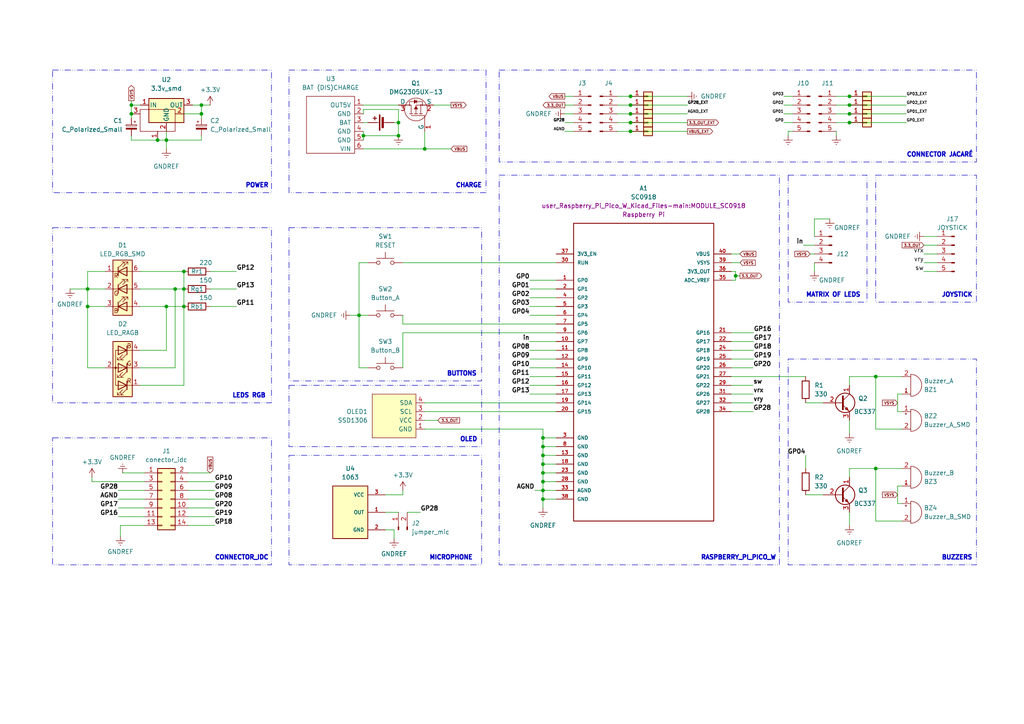
<source format=kicad_sch>
(kicad_sch (version 20230121) (generator eeschema)
  (paper "A4")
  (lib_symbols
    (symbol "Connector:Conn_01x02_Pin" (pin_names (offset 1.016) hide)
      (property "Reference" "J" (at 0 2.54 0))
      (property "Value" "Conn_01x02_Pin" (at 0 -5.08 0))
      (symbol "Conn_01x02_Pin_1_1"
        (pin passive line (at 5.08 0 180) (length 3.81) (name "Pin_1") (number "1"))
        (pin passive line (at 5.08 -2.54 180) (length 3.81) (name "Pin_2") (number "2"))
      )
    )
    (symbol "Connector:Conn_01x04_Pin" (pin_names (offset 1.016) hide)
      (property "Reference" "J" (at 0 5.08 0))
      (property "Value" "Conn_01x04_Pin" (at 0 -7.62 0))
      (symbol "Conn_01x04_Pin_1_1"
        (pin passive line (at 5.08 2.54 180) (length 3.81) (name "Pin_1") (number "1"))
        (pin passive line (at 5.08 0 180) (length 3.81) (name "Pin_2") (number "2"))
        (pin passive line (at 5.08 -2.54 180) (length 3.81) (name "Pin_3") (number "3"))
        (pin passive line (at 5.08 -5.08 180) (length 3.81) (name "Pin_4") (number "4"))
      )
    )
    (symbol "Connector:Conn_01x05_Pin" (pin_names (offset 1.016) hide)
      (property "Reference" "J" (at 0 7.62 0))
      (property "Value" "Conn_01x05_Pin" (at 0 -7.62 0))
      (symbol "Conn_01x05_Pin_1_1"
        (pin passive line (at 5.08 5.08 180) (length 3.81) (name "Pin_1") (number "1"))
        (pin passive line (at 5.08 2.54 180) (length 3.81) (name "Pin_2") (number "2"))
        (pin passive line (at 5.08 0 180) (length 3.81) (name "Pin_3") (number "3"))
        (pin passive line (at 5.08 -2.54 180) (length 3.81) (name "Pin_4") (number "4"))
        (pin passive line (at 5.08 -5.08 180) (length 3.81) (name "Pin_5") (number "5"))
      )
    )
    (symbol "Connector_Generic:Conn_01x01" (pin_names (offset 1.016) hide)
      (property "Reference" "J" (at 0 2.54 0))
      (property "Value" "Conn_01x01" (at 0 -2.54 0))
      (symbol "Conn_01x01_1_1"
        (pin passive line (at -5.08 0 0) (length 3.81) (name "Pin_1") (number "1"))
      )
    )
    (symbol "Connector_Generic:Conn_02x07_Odd_Even" (pin_names (offset 1.016) hide)
      (property "Reference" "J" (at 1.27 10.16 0))
      (property "Value" "Conn_02x07_Odd_Even" (at 1.27 -10.16 0))
      (symbol "Conn_02x07_Odd_Even_1_1"
        (pin passive line (at -5.08 7.62 0) (length 3.81) (name "Pin_1") (number "1"))
        (pin passive line (at 7.62 -2.54 180) (length 3.81) (name "Pin_10") (number "10"))
        (pin passive line (at -5.08 -5.08 0) (length 3.81) (name "Pin_11") (number "11"))
        (pin passive line (at 7.62 -5.08 180) (length 3.81) (name "Pin_12") (number "12"))
        (pin passive line (at -5.08 -7.62 0) (length 3.81) (name "Pin_13") (number "13"))
        (pin passive line (at 7.62 -7.62 180) (length 3.81) (name "Pin_14") (number "14"))
        (pin passive line (at 7.62 7.62 180) (length 3.81) (name "Pin_2") (number "2"))
        (pin passive line (at -5.08 5.08 0) (length 3.81) (name "Pin_3") (number "3"))
        (pin passive line (at 7.62 5.08 180) (length 3.81) (name "Pin_4") (number "4"))
        (pin passive line (at -5.08 2.54 0) (length 3.81) (name "Pin_5") (number "5"))
        (pin passive line (at 7.62 2.54 180) (length 3.81) (name "Pin_6") (number "6"))
        (pin passive line (at -5.08 0 0) (length 3.81) (name "Pin_7") (number "7"))
        (pin passive line (at 7.62 0 180) (length 3.81) (name "Pin_8") (number "8"))
        (pin passive line (at -5.08 -2.54 0) (length 3.81) (name "Pin_9") (number "9"))
      )
    )
    (symbol "Device:Battery_Cell" (pin_numbers hide) (pin_names (offset 0) hide)
      (property "Reference" "BT" (at 2.54 2.54 0))
      (property "Value" "Battery_Cell" (at 2.54 0 0))
      (symbol "Battery_Cell_1_1"
        (pin passive line (at 0 5.08 270) (length 2.54) (name "+") (number "1"))
        (pin passive line (at 0 -2.54 90) (length 2.54) (name "-") (number "2"))
      )
    )
    (symbol "Device:Buzzer" (pin_names (offset 0.0254) hide)
      (property "Reference" "BZ" (at 3.81 1.27 0))
      (property "Value" "Buzzer" (at 3.81 -1.27 0))
      (symbol "Buzzer_1_1"
        (pin passive line (at -2.54 2.54 0) (length 2.54) (name "-") (number "1"))
        (pin passive line (at -2.54 -2.54 0) (length 2.54) (name "+") (number "2"))
      )
    )
    (symbol "Device:C_Polarized_Small" (pin_numbers hide) (pin_names (offset 0.254) hide)
      (property "Reference" "C" (at 0.254 1.778 0))
      (property "Value" "C_Polarized_Small" (at 0.254 -2.032 0))
      (symbol "C_Polarized_Small_1_1"
        (pin passive line (at 0 2.54 270) (length 1.8542) (name "~") (number "1"))
        (pin passive line (at 0 -2.54 90) (length 1.8542) (name "~") (number "2"))
      )
    )
    (symbol "Device:LED_RAGB" (pin_names (offset 0) hide)
      (property "Reference" "D" (at 0 9.398 0))
      (property "Value" "LED_RAGB" (at 0 -8.89 0))
      (symbol "LED_RAGB_0_0"
        (text "B" (at -1.905 -6.35 0) (effects (font (size 1.27 1.27))))
        (text "G" (at -1.905 -1.27 0) (effects (font (size 1.27 1.27))))
        (text "R" (at -1.905 3.81 0) (effects (font (size 1.27 1.27))))
      )
      (symbol "LED_RAGB_1_1"
        (pin passive line (at -5.08 5.08 0) (length 2.54) (name "RK") (number "1"))
        (pin passive line (at 5.08 0 180) (length 2.54) (name "A") (number "2"))
        (pin passive line (at -5.08 0 0) (length 2.54) (name "GK") (number "3"))
        (pin passive line (at -5.08 -5.08 0) (length 2.54) (name "BK") (number "4"))
      )
    )
    (symbol "Device:LED_RGB" (pin_names (offset 0) hide)
      (property "Reference" "D" (at 0 9.398 0))
      (property "Value" "LED_RGB" (at 0 -8.89 0))
      (symbol "LED_RGB_0_0"
        (text "B" (at -1.905 -6.35 0) (effects (font (size 1.27 1.27))))
        (text "G" (at -1.905 -1.27 0) (effects (font (size 1.27 1.27))))
        (text "R" (at -1.905 3.81 0) (effects (font (size 1.27 1.27))))
      )
      (symbol "LED_RGB_1_1"
        (pin passive line (at -5.08 5.08 0) (length 2.54) (name "RK") (number "1"))
        (pin passive line (at -5.08 0 0) (length 2.54) (name "GK") (number "2"))
        (pin passive line (at -5.08 -5.08 0) (length 2.54) (name "BK") (number "3"))
        (pin passive line (at 5.08 -5.08 180) (length 2.54) (name "BA") (number "4"))
        (pin passive line (at 5.08 0 180) (length 2.54) (name "GA") (number "5"))
        (pin passive line (at 5.08 5.08 180) (length 2.54) (name "RA") (number "6"))
      )
    )
    (symbol "Device:R" (pin_numbers hide) (pin_names (offset 0))
      (property "Reference" "R" (at 2.032 0 90))
      (property "Value" "R" (at 0 0 90))
      (symbol "R_1_1"
        (pin passive line (at 0 3.81 270) (length 1.27) (name "~") (number "1"))
        (pin passive line (at 0 -3.81 90) (length 1.27) (name "~") (number "2"))
      )
    )
    (symbol "Raspberry_Pi_Pico_W_SC0918:DMG2305UX-13" (pin_names (offset 0))
      (property "Reference" "Q1" (at -11.43 6.35 90))
      (property "Value" "DMG2305UX-13" (at -8.89 6.35 90))
      (symbol "DMG2305UX-13_1_1"
        (pin bidirectional line (at -7.62 -2.54 0) (length 2.54) (name "G") (number "1"))
        (pin bidirectional line (at 0 -5.08 90) (length 2.54) (name "S") (number "2"))
        (pin bidirectional line (at 0 5.08 270) (length 2.54) (name "D") (number "3"))
      )
    )
    (symbol "Raspberry_Pi_Pico_W_SC0918:SC0918" (pin_names (offset 1.016))
      (property "Reference" "A1" (at 0 58.42 0))
      (property "Value" "SC0918" (at 0 55.88 0))
      (property "Footprint" "Raspberry Pi:MODULE_SC0918" (at -12.7 -46.99 0))
      (property "manufacturer" "Raspberry Pi" (at 0 53.34 0))
      (symbol "SC0918_0_0"
        (pin bidirectional line (at -25.4 26.67 0) (length 5.08) (name "GP0") (number "1"))
        (pin bidirectional line (at -25.4 8.89 0) (length 5.08) (name "GP7") (number "10"))
        (pin bidirectional line (at -25.4 6.35 0) (length 5.08) (name "GP8") (number "11"))
        (pin bidirectional line (at -25.4 3.81 0) (length 5.08) (name "GP9") (number "12"))
        (pin power_in line (at -25.4 -24.13 0) (length 5.08) (name "GND") (number "13"))
        (pin bidirectional line (at -25.4 1.27 0) (length 5.08) (name "GP10") (number "14"))
        (pin bidirectional line (at -25.4 -1.27 0) (length 5.08) (name "GP11") (number "15"))
        (pin bidirectional line (at -25.4 -3.81 0) (length 5.08) (name "GP12") (number "16"))
        (pin bidirectional line (at -25.4 -6.35 0) (length 5.08) (name "GP13") (number "17"))
        (pin power_in line (at -25.4 -26.67 0) (length 5.08) (name "GND") (number "18"))
        (pin bidirectional line (at -25.4 -8.89 0) (length 5.08) (name "GP14") (number "19"))
        (pin bidirectional line (at -25.4 24.13 0) (length 5.08) (name "GP1") (number "2"))
        (pin bidirectional line (at -25.4 -11.43 0) (length 5.08) (name "GP15") (number "20"))
        (pin bidirectional line (at 25.4 11.43 180) (length 5.08) (name "GP16") (number "21"))
        (pin bidirectional line (at 25.4 8.89 180) (length 5.08) (name "GP17") (number "22"))
        (pin power_in line (at -25.4 -29.21 0) (length 5.08) (name "GND") (number "23"))
        (pin bidirectional line (at 25.4 6.35 180) (length 5.08) (name "GP18") (number "24"))
        (pin bidirectional line (at 25.4 3.81 180) (length 5.08) (name "GP19") (number "25"))
        (pin bidirectional line (at 25.4 1.27 180) (length 5.08) (name "GP20") (number "26"))
        (pin bidirectional line (at 25.4 -1.27 180) (length 5.08) (name "GP21") (number "27"))
        (pin power_in line (at -25.4 -31.75 0) (length 5.08) (name "GND") (number "28"))
        (pin bidirectional line (at 25.4 -3.81 180) (length 5.08) (name "GP22") (number "29"))
        (pin power_in line (at -25.4 -19.05 0) (length 5.08) (name "GND") (number "3"))
        (pin input line (at -25.4 31.75 0) (length 5.08) (name "RUN") (number "30"))
        (pin bidirectional line (at 25.4 -6.35 180) (length 5.08) (name "GP26") (number "31"))
        (pin bidirectional line (at 25.4 -8.89 180) (length 5.08) (name "GP27") (number "32"))
        (pin power_in line (at -25.4 -34.29 0) (length 5.08) (name "AGND") (number "33"))
        (pin bidirectional line (at 25.4 -11.43 180) (length 5.08) (name "GP28") (number "34"))
        (pin power_in line (at 25.4 26.67 180) (length 5.08) (name "ADC_VREF") (number "35"))
        (pin power_in line (at 25.4 29.21 180) (length 5.08) (name "3V3_OUT") (number "36"))
        (pin input line (at -25.4 34.29 0) (length 5.08) (name "3V3_EN") (number "37"))
        (pin power_in line (at -25.4 -36.83 0) (length 5.08) (name "GND") (number "38"))
        (pin free line (at 25.4 31.75 180) (length 5.08) (name "VSYS") (number "39"))
        (pin bidirectional line (at -25.4 21.59 0) (length 5.08) (name "GP2") (number "4"))
        (pin free line (at 25.4 34.29 180) (length 5.08) (name "VBUS") (number "40"))
        (pin bidirectional line (at -25.4 19.05 0) (length 5.08) (name "GP3") (number "5"))
        (pin bidirectional line (at -25.4 16.51 0) (length 5.08) (name "GP4") (number "6"))
        (pin bidirectional line (at -25.4 13.97 0) (length 5.08) (name "GP5") (number "7"))
        (pin power_in line (at -25.4 -21.59 0) (length 5.08) (name "GND") (number "8"))
        (pin bidirectional line (at -25.4 11.43 0) (length 5.08) (name "GP6") (number "9"))
      )
    )
    (symbol "Regulator_Linear:uA7805" (pin_names (offset 0.254))
      (property "Reference" "U" (at -3.81 3.175 0))
      (property "Value" "uA7805" (at 0 3.175 0))
      (symbol "uA7805_1_1"
        (pin power_in line (at -7.62 0 0) (length 2.54) (name "IN") (number "1"))
        (pin power_in line (at 0 -7.62 90) (length 2.54) (name "GND") (number "2"))
        (pin power_out line (at 7.62 0 180) (length 2.54) (name "OUT") (number "3"))
      )
    )
    (symbol "SSD1306-128x64_OLED:SSD1306" (pin_names (offset 1.016))
      (property "Reference" "Brd" (at 0 -3.81 0))
      (property "Value" "SSD1306" (at 0 -1.27 0))
      (symbol "SSD1306_1_1"
        (pin input line (at -3.81 8.89 270) (length 2.54) (name "GND") (number "1"))
        (pin input line (at -1.27 8.89 270) (length 2.54) (name "VCC") (number "2"))
        (pin input line (at 1.27 8.89 270) (length 2.54) (name "SCL") (number "3"))
        (pin input line (at 3.81 8.89 270) (length 2.54) (name "SDA") (number "4"))
      )
    )
    (symbol "Switch:SW_Push" (pin_numbers hide) (pin_names (offset 1.016) hide)
      (property "Reference" "SW" (at 1.27 2.54 0))
      (property "Value" "SW_Push" (at 0 -1.524 0))
      (symbol "SW_Push_0_1"
        (pin passive line (at -5.08 0 0) (length 2.54) (name "1") (number "1"))
        (pin passive line (at 5.08 0 180) (length 2.54) (name "2") (number "2"))
      )
    )
    (symbol "Transistor_BJT:BC337" (pin_names (offset 0) hide)
      (property "Reference" "Q" (at 5.08 1.905 0))
      (property "Value" "BC337" (at 5.08 0 0))
      (symbol "BC337_1_1"
        (pin passive line (at 2.54 5.08 270) (length 2.54) (name "C") (number "1"))
        (pin input line (at -5.08 0 0) (length 5.08) (name "B") (number "2"))
        (pin passive line (at 2.54 -5.08 90) (length 2.54) (name "E") (number "3"))
      )
    )
    (symbol "charger2a:Charger2A" (pin_names (offset 1.016))
      (property "Reference" "U" (at 1.27 -1.27 0))
      (property "Value" "Charger2A" (at 1.27 7.62 90))
      (symbol "Charger2A_1_1"
        (pin power_out line (at 16.51 13.97 180) (length 2.54) (name "OUT5V") (number "1"))
        (pin passive line (at 16.51 11.43 180) (length 2.54) (name "GND") (number "2"))
        (pin power_out line (at 16.51 8.89 180) (length 2.54) (name "BAT") (number "3"))
        (pin passive line (at 16.51 6.35 180) (length 2.54) (name "GND") (number "4"))
        (pin passive line (at 16.51 3.81 180) (length 2.54) (name "GND") (number "5"))
        (pin power_in line (at 16.51 1.27 180) (length 2.54) (name "VIN") (number "6"))
      )
    )
    (symbol "dk_PMIC-Voltage-Regulators-Linear:LD1117V33"
      (symbol "LD1117V33_1_1"
        (pin power_in line (at 0 -7.62 90) (length 2.54) (name "") (number "1"))
        (pin power_out line (at 7.62 0 180) (length 2.54) (name "") (number "2"))
        (pin power_in line (at -7.62 0 0) (length 2.54) (name "") (number "3"))
      )
    )
    (symbol "microphone max4466:1063" (pin_names (offset 1.016))
      (property "Reference" "U" (at -5.08 8.382 0))
      (property "Value" "1063" (at -5.08 -10.16 0))
      (symbol "1063_0_0"
        (pin output line (at 10.16 0 180) (length 5.08) (name "OUT") (number "1"))
        (pin power_in line (at 10.16 -5.08 180) (length 5.08) (name "GND") (number "2"))
        (pin power_in line (at 10.16 5.08 180) (length 5.08) (name "VCC") (number "3"))
      )
    )
    (symbol "power:+3.3V" (power) (pin_names (offset 0))
      (property "Value" "+3.3V" (at 0 3.556 0))
      (symbol "+3.3V_1_1"
        (pin power_in line (at 0 0 90) (length 0) hide (name "+3.3V") (number "1"))
      )
    )
    (symbol "power:GNDREF" (power) (pin_names (offset 0))
      (property "Value" "GNDREF" (at 0 -3.81 0))
      (symbol "GNDREF_1_1"
        (pin power_in line (at 0 0 270) (length 0) hide (name "GNDREF") (number "1"))
      )
    )
  )
  (junction (at 53.34 88.9))
  (junction (at 50.8 83.82))
  (junction (at 246.38 33.02))
  (junction (at 182.88 30.48))
  (junction (at 58.42 33.02))
  (junction (at 53.34 83.82))
  (junction (at 104.14 91.44))
  (junction (at 48.26 88.9))
  (junction (at 246.38 35.56))
  (junction (at 157.48 132.08))
  (junction (at 53.34 78.74))
  (junction (at 246.38 27.94))
  (junction (at 157.48 127))
  (junction (at 38.1 33.02))
  (junction (at 157.48 129.54))
  (junction (at 246.38 30.48))
  (junction (at 38.1 30.48))
  (junction (at 157.48 137.16))
  (junction (at 157.48 134.62))
  (junction (at 157.48 144.78))
  (junction (at 182.88 27.94))
  (junction (at 157.48 142.24))
  (junction (at 254 109.22))
  (junction (at 123.19 43.18))
  (junction (at 182.88 35.56))
  (junction (at 213.36 80.01))
  (junction (at 254 135.89))
  (junction (at 105.41 39.37))
  (junction (at 25.4 83.82))
  (junction (at 182.88 33.02))
  (junction (at 157.48 139.7))
  (junction (at 25.4 88.9))
  (junction (at 45.72 40.64))
  (junction (at 182.88 38.1))
  (junction (at 115.57 39.37))
  (junction (at 115.57 35.56))
  (junction (at 58.42 30.48))
  (junction (at 48.26 40.64))
  (wire (pts (xy 118.11 148.59) (xy 121.92 148.59)))
  (wire (pts (xy 212.09 81.28) (xy 213.36 81.28)))
  (wire (pts (xy 254 109.22) (xy 261.62 109.22)))
  (wire (pts (xy 260.35 146.05) (xy 261.62 146.05)))
  (wire (pts (xy 125.73 30.48) (xy 130.81 30.48)))
  (wire (pts (xy 260.35 119.38) (xy 261.62 119.38)))
  (wire (pts (xy 254 135.89) (xy 254 151.13)))
  (wire (pts (xy 157.48 132.08) (xy 157.48 134.62)))
  (wire (pts (xy 153.67 111.76) (xy 161.29 111.76)))
  (wire (pts (xy 53.34 33.02) (xy 58.42 33.02)))
  (wire (pts (xy 58.42 40.64) (xy 48.26 40.64)))
  (wire (pts (xy 111.76 153.67) (xy 114.3 153.67)))
  (wire (pts (xy 242.57 30.48) (xy 246.38 30.48)))
  (wire (pts (xy 153.67 91.44) (xy 161.29 91.44)))
  (wire (pts (xy 153.67 99.06) (xy 161.29 99.06)))
  (wire (pts (xy 25.4 106.68) (xy 25.4 88.9)))
  (wire (pts (xy 105.41 38.1) (xy 105.41 39.37)))
  (wire (pts (xy 123.19 121.92) (xy 127 121.92)))
  (wire (pts (xy 34.29 142.24) (xy 41.91 142.24)))
  (wire (pts (xy 179.07 35.56) (xy 182.88 35.56)))
  (wire (pts (xy 38.1 30.48) (xy 38.1 33.02)))
  (wire (pts (xy 233.68 143.51) (xy 238.76 143.51)))
  (wire (pts (xy 25.4 83.82) (xy 30.48 83.82)))
  (wire (pts (xy 116.84 143.51) (xy 111.76 143.51)))
  (wire (pts (xy 105.41 39.37) (xy 115.57 39.37)))
  (wire (pts (xy 271.78 73.66) (xy 267.97 73.66)))
  (wire (pts (xy 234.95 73.66) (xy 236.22 73.66)))
  (wire (pts (xy 179.07 38.1) (xy 182.88 38.1)))
  (wire (pts (xy 233.68 132.08) (xy 233.68 135.89)))
  (wire (pts (xy 153.67 114.3) (xy 161.29 114.3)))
  (wire (pts (xy 26.67 139.7) (xy 26.67 138.43)))
  (wire (pts (xy 104.14 76.2) (xy 104.14 91.44)))
  (wire (pts (xy 157.48 129.54) (xy 157.48 132.08)))
  (wire (pts (xy 123.19 38.1) (xy 123.19 43.18)))
  (wire (pts (xy 161.29 129.54) (xy 157.48 129.54)))
  (wire (pts (xy 101.6 91.44) (xy 104.14 91.44)))
  (wire (pts (xy 246.38 27.94) (xy 262.89 27.94)))
  (wire (pts (xy 157.48 124.46) (xy 157.48 127)))
  (wire (pts (xy 53.34 88.9) (xy 53.34 111.76)))
  (wire (pts (xy 105.41 31.75) (xy 105.41 33.02)))
  (wire (pts (xy 54.61 147.32) (xy 62.23 147.32)))
  (wire (pts (xy 161.29 132.08) (xy 157.48 132.08)))
  (wire (pts (xy 246.38 148.59) (xy 246.38 152.4)))
  (wire (pts (xy 157.48 139.7) (xy 157.48 142.24)))
  (wire (pts (xy 163.83 30.48) (xy 166.37 30.48)))
  (wire (pts (xy 163.83 35.56) (xy 166.37 35.56)))
  (wire (pts (xy 242.57 33.02) (xy 246.38 33.02)))
  (wire (pts (xy 242.57 38.1) (xy 242.57 39.37)))
  (wire (pts (xy 116.84 142.24) (xy 116.84 143.51)))
  (wire (pts (xy 161.29 137.16) (xy 157.48 137.16)))
  (wire (pts (xy 227.33 30.48) (xy 229.87 30.48)))
  (wire (pts (xy 40.64 78.74) (xy 53.34 78.74)))
  (wire (pts (xy 30.48 78.74) (xy 25.4 78.74)))
  (wire (pts (xy 213.36 80.01) (xy 214.63 80.01)))
  (wire (pts (xy 123.19 43.18) (xy 105.41 43.18)))
  (wire (pts (xy 50.8 106.68) (xy 50.8 83.82)))
  (wire (pts (xy 153.67 109.22) (xy 161.29 109.22)))
  (wire (pts (xy 182.88 30.48) (xy 199.39 30.48)))
  (wire (pts (xy 227.33 33.02) (xy 229.87 33.02)))
  (wire (pts (xy 271.78 68.58) (xy 267.97 68.58)))
  (wire (pts (xy 153.67 104.14) (xy 161.29 104.14)))
  (wire (pts (xy 212.09 73.66) (xy 214.63 73.66)))
  (wire (pts (xy 38.1 39.37) (xy 38.1 40.64)))
  (wire (pts (xy 105.41 35.56) (xy 106.68 35.56)))
  (wire (pts (xy 163.83 38.1) (xy 166.37 38.1)))
  (wire (pts (xy 157.48 144.78) (xy 161.29 144.78)))
  (wire (pts (xy 212.09 101.6) (xy 218.567 101.6)))
  (wire (pts (xy 242.57 27.94) (xy 246.38 27.94)))
  (wire (pts (xy 123.19 116.84) (xy 161.29 116.84)))
  (wire (pts (xy 233.045 71.12) (xy 236.22 71.12)))
  (wire (pts (xy 153.67 88.9) (xy 161.29 88.9)))
  (wire (pts (xy 228.6 38.1) (xy 229.87 38.1)))
  (wire (pts (xy 212.09 96.52) (xy 218.567 96.52)))
  (wire (pts (xy 50.8 83.82) (xy 53.34 83.82)))
  (wire (pts (xy 54.61 149.86) (xy 62.23 149.86)))
  (wire (pts (xy 213.36 81.28) (xy 213.36 80.01)))
  (wire (pts (xy 40.64 101.6) (xy 48.26 101.6)))
  (wire (pts (xy 246.38 121.92) (xy 246.38 125.73)))
  (wire (pts (xy 246.38 111.76) (xy 246.38 109.22)))
  (wire (pts (xy 246.38 135.89) (xy 254 135.89)))
  (wire (pts (xy 40.64 111.76) (xy 53.34 111.76)))
  (wire (pts (xy 182.88 33.02) (xy 199.39 33.02)))
  (wire (pts (xy 38.1 34.29) (xy 38.1 33.02)))
  (wire (pts (xy 254 135.89) (xy 261.62 135.89)))
  (wire (pts (xy 212.09 119.38) (xy 218.44 119.38)))
  (wire (pts (xy 242.57 35.56) (xy 246.38 35.56)))
  (wire (pts (xy 105.41 39.37) (xy 105.41 40.64)))
  (wire (pts (xy 163.83 33.02) (xy 166.37 33.02)))
  (wire (pts (xy 157.48 134.62) (xy 157.48 137.16)))
  (wire (pts (xy 30.48 88.9) (xy 25.4 88.9)))
  (wire (pts (xy 179.07 30.48) (xy 182.88 30.48)))
  (wire (pts (xy 227.33 27.94) (xy 229.87 27.94)))
  (wire (pts (xy 261.62 114.3) (xy 260.35 114.3)))
  (wire (pts (xy 246.38 30.48) (xy 262.89 30.48)))
  (wire (pts (xy 246.38 35.56) (xy 262.89 35.56)))
  (wire (pts (xy 260.35 140.97) (xy 260.35 146.05)))
  (wire (pts (xy 53.34 78.74) (xy 53.34 83.82)))
  (wire (pts (xy 25.4 88.9) (xy 25.4 83.82)))
  (wire (pts (xy 157.48 142.24) (xy 157.48 144.78)))
  (wire (pts (xy 246.38 33.02) (xy 262.89 33.02)))
  (wire (pts (xy 163.83 27.94) (xy 166.37 27.94)))
  (wire (pts (xy 58.42 34.29) (xy 58.42 33.02)))
  (wire (pts (xy 54.61 152.4) (xy 62.23 152.4)))
  (wire (pts (xy 123.19 43.18) (xy 130.81 43.18)))
  (wire (pts (xy 123.19 119.38) (xy 161.29 119.38)))
  (wire (pts (xy 48.26 38.1) (xy 48.26 40.64)))
  (wire (pts (xy 38.1 29.21) (xy 38.1 30.48)))
  (wire (pts (xy 34.925 152.4) (xy 41.91 152.4)))
  (wire (pts (xy 58.42 39.37) (xy 58.42 40.64)))
  (wire (pts (xy 254 151.13) (xy 261.62 151.13)))
  (wire (pts (xy 34.29 144.78) (xy 41.91 144.78)))
  (wire (pts (xy 38.1 40.64) (xy 45.72 40.64)))
  (wire (pts (xy 157.48 127) (xy 157.48 129.54)))
  (wire (pts (xy 26.67 139.7) (xy 41.91 139.7)))
  (wire (pts (xy 115.57 31.75) (xy 115.57 35.56)))
  (wire (pts (xy 271.78 76.2) (xy 267.97 76.2)))
  (wire (pts (xy 54.61 139.7) (xy 62.23 139.7)))
  (wire (pts (xy 25.4 78.74) (xy 25.4 83.82)))
  (wire (pts (xy 212.09 76.2) (xy 214.63 76.2)))
  (wire (pts (xy 40.64 83.82) (xy 50.8 83.82)))
  (wire (pts (xy 40.64 88.9) (xy 48.26 88.9)))
  (wire (pts (xy 227.33 35.56) (xy 229.87 35.56)))
  (wire (pts (xy 48.26 40.64) (xy 48.26 43.18)))
  (wire (pts (xy 60.96 88.9) (xy 68.58 88.9)))
  (wire (pts (xy 157.48 137.16) (xy 157.48 139.7)))
  (wire (pts (xy 155.067 142.24) (xy 157.48 142.24)))
  (wire (pts (xy 153.67 83.82) (xy 161.29 83.82)))
  (wire (pts (xy 34.925 152.4) (xy 34.925 155.575)))
  (wire (pts (xy 58.42 30.48) (xy 60.96 30.48)))
  (wire (pts (xy 116.84 76.2) (xy 161.29 76.2)))
  (wire (pts (xy 54.61 142.24) (xy 62.23 142.24)))
  (wire (pts (xy 157.48 142.24) (xy 161.29 142.24)))
  (wire (pts (xy 271.78 71.12) (xy 267.97 71.12)))
  (wire (pts (xy 179.07 27.94) (xy 182.88 27.94)))
  (wire (pts (xy 20.32 83.82) (xy 25.4 83.82)))
  (wire (pts (xy 111.76 148.59) (xy 115.57 148.59)))
  (wire (pts (xy 246.38 138.43) (xy 246.38 135.89)))
  (wire (pts (xy 212.09 78.74) (xy 213.36 78.74)))
  (wire (pts (xy 30.48 106.68) (xy 25.4 106.68)))
  (wire (pts (xy 212.09 99.06) (xy 218.567 99.06)))
  (wire (pts (xy 213.36 80.01) (xy 213.36 78.74)))
  (wire (pts (xy 45.72 40.64) (xy 48.26 40.64)))
  (wire (pts (xy 212.09 109.22) (xy 233.68 109.22)))
  (wire (pts (xy 48.26 88.9) (xy 53.34 88.9)))
  (wire (pts (xy 153.67 106.68) (xy 161.29 106.68)))
  (wire (pts (xy 254 124.46) (xy 254 109.22)))
  (wire (pts (xy 161.29 134.62) (xy 157.48 134.62)))
  (wire (pts (xy 260.35 114.3) (xy 260.35 119.38)))
  (wire (pts (xy 53.34 83.82) (xy 53.34 88.9)))
  (wire (pts (xy 54.61 144.78) (xy 62.23 144.78)))
  (wire (pts (xy 105.41 30.48) (xy 115.57 30.48)))
  (wire (pts (xy 105.41 31.75) (xy 115.57 31.75)))
  (wire (pts (xy 48.26 88.9) (xy 48.26 101.6)))
  (wire (pts (xy 179.07 33.02) (xy 182.88 33.02)))
  (wire (pts (xy 34.29 149.86) (xy 41.91 149.86)))
  (wire (pts (xy 182.88 35.56) (xy 199.39 35.56)))
  (wire (pts (xy 261.62 140.97) (xy 260.35 140.97)))
  (wire (pts (xy 40.64 106.68) (xy 50.8 106.68)))
  (wire (pts (xy 261.62 124.46) (xy 254 124.46)))
  (wire (pts (xy 182.88 27.94) (xy 199.39 27.94)))
  (wire (pts (xy 212.09 116.84) (xy 218.44 116.84)))
  (wire (pts (xy 106.68 106.68) (xy 104.14 106.68)))
  (wire (pts (xy 236.22 76.2) (xy 236.22 78.74)))
  (wire (pts (xy 212.09 114.3) (xy 218.44 114.3)))
  (wire (pts (xy 114.3 35.56) (xy 115.57 35.56)))
  (wire (pts (xy 104.14 91.44) (xy 106.68 91.44)))
  (wire (pts (xy 246.38 109.22) (xy 254 109.22)))
  (wire (pts (xy 212.09 106.68) (xy 218.44 106.68)))
  (wire (pts (xy 212.09 104.14) (xy 218.567 104.14)))
  (wire (pts (xy 104.14 91.44) (xy 104.14 106.68)))
  (wire (pts (xy 161.29 139.7) (xy 157.48 139.7)))
  (wire (pts (xy 236.22 63.5) (xy 240.665 63.5)))
  (wire (pts (xy 161.29 127) (xy 157.48 127)))
  (wire (pts (xy 35.56 137.16) (xy 41.91 137.16)))
  (wire (pts (xy 38.1 30.48) (xy 40.64 30.48)))
  (wire (pts (xy 60.96 78.74) (xy 68.58 78.74)))
  (wire (pts (xy 34.29 147.32) (xy 41.91 147.32)))
  (wire (pts (xy 228.6 39.37) (xy 228.6 38.1)))
  (wire (pts (xy 233.68 116.84) (xy 238.76 116.84)))
  (wire (pts (xy 58.42 30.48) (xy 58.42 33.02)))
  (wire (pts (xy 182.88 38.1) (xy 199.39 38.1)))
  (wire (pts (xy 116.84 91.44) (xy 116.84 93.98)))
  (wire (pts (xy 114.3 153.67) (xy 114.3 156.21)))
  (wire (pts (xy 212.09 111.76) (xy 218.44 111.76)))
  (wire (pts (xy 153.67 81.28) (xy 161.29 81.28)))
  (wire (pts (xy 54.61 137.16) (xy 60.96 137.16)))
  (wire (pts (xy 116.84 96.52) (xy 161.29 96.52)))
  (wire (pts (xy 236.22 68.58) (xy 236.22 63.5)))
  (wire (pts (xy 153.67 101.6) (xy 161.29 101.6)))
  (wire (pts (xy 106.68 76.2) (xy 104.14 76.2)))
  (wire (pts (xy 116.84 93.98) (xy 161.29 93.98)))
  (wire (pts (xy 116.84 106.68) (xy 116.84 96.52)))
  (wire (pts (xy 157.48 147.32) (xy 157.48 144.78)))
  (wire (pts (xy 60.96 83.82) (xy 68.58 83.82)))
  (wire (pts (xy 55.88 30.48) (xy 58.42 30.48)))
  (wire (pts (xy 271.78 78.74) (xy 267.97 78.74)))
  (wire (pts (xy 123.19 124.46) (xy 157.48 124.46)))
  (wire (pts (xy 153.67 86.36) (xy 161.29 86.36)))
  (wire (pts (xy 115.57 35.56) (xy 115.57 39.37)))
  (rectangle (start 83.82 66.04) (end 139.7 110.49) (stroke (width 0) (type dash_dot_dot)))
  (rectangle (start 15.24 127) (end 78.74 163.83) (stroke (width 0) (type dash_dot_dot)))
  (rectangle (start 254 50.8) (end 283.21 87.63) (stroke (width 0) (type dash_dot_dot)))
  (rectangle (start 83.82 20.32) (end 140.97 55.88) (stroke (width 0) (type dash_dot_dot)))
  (rectangle (start 83.82 132.08) (end 139.7 163.83) (stroke (width 0) (type dash_dot_dot)))
  (rectangle (start 228.6 104.14) (end 283.21 163.83) (stroke (width 0) (type dash_dot_dot)))
  (rectangle (start 15.24 20.32) (end 78.74 55.88) (stroke (width 0) (type dash_dot_dot)))
  (rectangle (start 144.78 50.8) (end 226.06 163.83) (stroke (width 0) (type dash_dot_dot)))
  (rectangle (start 228.6 50.8) (end 251.46 87.63) (stroke (width 0) (type dash_dot_dot)))
  (rectangle (start 15.24 66.04) (end 78.74 116.84) (stroke (width 0) (type dash_dot_dot)))
  (rectangle (start 83.82 111.76) (end 139.7 129.54) (stroke (width 0) (type dash_dot_dot)))
  (rectangle (start 144.78 20.32) (end 283.21 46.99) (stroke (width 0) (type dash_dot_dot)))
  (text "POWER" (at 71.12 54.61 0) (effects (font (size 1.27 1.27) (thickness 0.508) bold) (justify left bottom)))
  (text "OLED" (at 133.35 128.27 0) (effects (font (size 1.27 1.27) (thickness 0.508) bold) (justify left bottom)))
  (text "BUZZERS" (at 273.05 162.56 0) (effects (font (size 1.27 1.27) (thickness 0.508) bold) (justify left bottom)))
  (text "LEDS RGB" (at 67.31 115.57 0) (effects (font (size 1.27 1.27) (thickness 0.508) bold) (justify left bottom)))
  (text "BUTTONS" (at 129.54 109.22 0) (effects (font (size 1.27 1.27) (thickness 0.508) bold) (justify left bottom)))
  (text "MICROPHONE" (at 124.46 162.56 0) (effects (font (size 1.27 1.27) (thickness 0.508) bold) (justify left bottom)))
  (text "CONNECTOR_IDC" (at 62.23 162.56 0) (effects (font (size 1.27 1.27) (thickness 0.508) bold) (justify left bottom)))
  (text "CONNECTOR JACARÉ" (at 262.89 45.72 0) (effects (font (size 1.27 1.27) (thickness 0.508) bold) (justify left bottom)))
  (text "CHARGE\n" (at 132.08 54.61 0) (effects (font (size 1.27 1.27) (thickness 0.508) bold) (justify left bottom)))
  (text "MATRIX OF LEDS" (at 233.68 86.36 0) (effects (font (size 1.27 1.27) (thickness 0.508) bold) (justify left bottom)))
  (text "RASPBERRY_PI_PICO_W" (at 203.2 162.56 0) (effects (font (size 1.27 1.27) (thickness 0.508) bold) (justify left bottom)))
  (text "JOYSTICK" (at 273.05 86.36 0) (effects (font (size 1.27 1.27) (thickness 0.508) bold) (justify left bottom)))
  (label "GP13" (at 153.67 114.3 180) (effects (font bold)))
  (label "GP16" (at 218.567 96.52 0) (effects (font bold)))
  (label "GP02" (at 153.67 86.36 180) (effects (font bold)))
  (label "in" (at 153.67 99.06 180) (effects (font (thickness 0.254) bold)))
  (label "in" (at 233.045 71.12 180) (effects (font (thickness 0.254) bold)))
  (label "vry" (at 218.44 116.84 0) (effects (font (thickness 0.254) bold)))
  (label "vrx" (at 218.44 114.3 0) (effects (font (thickness 0.254) bold)))
  (label "GP10" (at 153.67 106.68 180) (effects (font bold)))
  (label "GP01_EXT" (at 262.89 33.02 0) (effects (font (size 0.8 0.8) bold)))
  (label "GP09" (at 62.23 142.24 0) (effects (font (thickness 0.254) bold)))
  (label "GP12" (at 68.58 78.74 0) (effects (font bold)))
  (label "GP08" (at 153.67 101.6 180) (effects (font bold)))
  (label "GP01" (at 227.33 33.02 180) (effects (font (size 0.8 0.8) bold)))
  (label "GP04" (at 233.68 132.08 180) (effects (font bold)))
  (label "sw" (at 218.44 111.76 0) (effects (font (thickness 0.254) bold)))
  (label "GP04" (at 153.67 91.44 180) (effects (font bold)))
  (label "GP28" (at 218.44 119.38 0) (effects (font (thickness 0.254) bold)))
  (label "GP18" (at 218.567 101.6 0) (effects (font bold)))
  (label "GP11" (at 153.67 109.22 180) (effects (font bold)))
  (label "AGND" (at 155.067 142.24 180) (effects (font bold)))
  (label "GP03" (at 227.33 27.94 180) (effects (font (size 0.8 0.8) bold)))
  (label "GP08" (at 62.23 144.78 0) (effects (font bold)))
  (label "sw" (at 267.97 78.74 180))
  (label "GP20" (at 62.23 147.32 0) (effects (font (thickness 0.254) bold)))
  (label "GP0_EXT" (at 262.89 35.56 0) (effects (font (size 0.8 0.8) bold)))
  (label "GP28" (at 163.83 35.56 180) (effects (font (size 0.8 0.8) (thickness 0.254) bold)))
  (label "GP02_EXT" (at 262.89 30.48 0) (effects (font (size 0.8 0.8) bold)))
  (label "GP19" (at 62.23 149.86 0) (effects (font bold)))
  (label "GP12" (at 153.67 111.76 180) (effects (font bold)))
  (label "GP09" (at 153.67 104.14 180) (effects (font (thickness 0.254) bold)))
  (label "GP10" (at 62.23 139.7 0) (effects (font bold)))
  (label "GP16" (at 34.29 149.86 180) (effects (font bold)))
  (label "GP13" (at 68.58 83.82 0) (effects (font bold)))
  (label "GP0" (at 227.33 35.56 180) (effects (font (size 0.8 0.8) bold)))
  (label "GP17" (at 218.567 99.06 0) (effects (font bold)))
  (label "GP28_EXT" (at 199.39 30.48 0) (effects (font (size 0.8 0.8) (thickness 0.254) bold)))
  (label "GP19" (at 218.567 104.14 0) (effects (font bold)))
  (label "GP0" (at 153.67 81.28 180) (effects (font bold)))
  (label "GP03" (at 153.67 88.9 180) (effects (font bold)))
  (label "GP02" (at 227.33 30.48 180) (effects (font (size 0.8 0.8) bold)))
  (label "AGND_EXT" (at 199.39 33.02 0) (effects (font (size 0.8 0.8) bold)))
  (label "GP28" (at 34.29 142.24 180) (effects (font (thickness 0.254) bold)))
  (label "GP18" (at 62.23 152.4 0) (effects (font bold)))
  (label "GP01" (at 153.67 83.82 180) (effects (font bold)))
  (label "GP11" (at 68.58 88.9 0) (effects (font bold)))
  (label "vry" (at 267.97 76.2 180))
  (label "GP03_EXT" (at 262.89 27.94 0) (effects (font (size 0.8 0.8) bold)))
  (label "GP17" (at 34.29 147.32 180) (effects (font bold)))
  (label "AGND" (at 163.83 38.1 180) (effects (font (size 0.8 0.8) bold)))
  (label "GP20" (at 218.44 106.68 0) (effects (font (thickness 0.254) bold)))
  (label "vrx" (at 267.97 73.66 180))
  (label "AGND" (at 34.29 144.78 180) (effects (font bold)))
  (label "GP28" (at 121.92 148.59 0) (effects (font (thickness 0.254) bold)))
  (global_label "3.3_OUT" (shape output) (at 163.83 30.48 180) (effects (font (size 0.8 0.8))) (property "Intersheetrefs" "${INTERSHEET_REFS}" (effects hide)))
  (global_label "VBUS" (shape input) (at 60.96 137.16 90) (effects (font (size 0.8 0.8))) (property "Intersheetrefs" "${INTERSHEET_REFS}" (effects hide)))
  (global_label "VSYS" (shape input) (at 260.35 116.84 180) (effects (font (size 0.8 0.8))) (property "Intersheetrefs" "${INTERSHEET_REFS}" (effects hide)))
  (global_label "VBUS_EXT" (shape output) (at 199.39 38.1 0) (effects (font (size 0.8 0.8))) (property "Intersheetrefs" "${INTERSHEET_REFS}" (effects hide)))
  (global_label "3.3_OUT_EXT" (shape output) (at 199.39 35.56 0) (effects (font (size 0.8 0.8))) (property "Intersheetrefs" "${INTERSHEET_REFS}" (effects hide)))
  (global_label "VSYS" (shape output) (at 38.1 29.21 90) (effects (font (size 0.8 0.8))) (property "Intersheetrefs" "${INTERSHEET_REFS}" (effects hide)))
  (global_label "VBUS" (shape output) (at 163.83 27.94 180) (effects (font (size 0.8 0.8))) (property "Intersheetrefs" "${INTERSHEET_REFS}" (effects hide)))
  (global_label "VSYS" (shape input) (at 260.35 143.51 180) (effects (font (size 0.8 0.8))) (property "Intersheetrefs" "${INTERSHEET_REFS}" (effects hide)))
  (global_label "VBUS" (shape input) (at 214.63 73.66 0) (effects (font (size 0.8 0.8))) (property "Intersheetrefs" "${INTERSHEET_REFS}" (effects hide)))
  (global_label "VSYS" (shape input) (at 234.95 73.66 180) (effects (font (size 0.8 0.8))) (property "Intersheetrefs" "${INTERSHEET_REFS}" (effects hide)))
  (global_label "VSYS" (shape input) (at 214.63 76.2 0) (effects (font (size 0.8 0.8))) (property "Intersheetrefs" "${INTERSHEET_REFS}" (effects hide)))
  (global_label "3.3_OUT" (shape input) (at 127 121.92 0) (effects (font (size 0.8 0.8))) (property "Intersheetrefs" "${INTERSHEET_REFS}" (effects hide)))
  (global_label "VSYS" (shape output) (at 130.81 30.48 0) (effects (font (size 0.8 0.8))) (property "Intersheetrefs" "${INTERSHEET_REFS}" (effects hide)))
  (global_label "VBUS" (shape input) (at 130.81 43.18 0) (effects (font (size 0.8 0.8))) (property "Intersheetrefs" "${INTERSHEET_REFS}" (effects hide)))
  (global_label "3.3_OUT" (shape output) (at 214.63 80.01 0) (effects (font (size 0.8 0.8))) (property "Intersheetrefs" "${INTERSHEET_REFS}" (effects hide)))
  (global_label "3.3_OUT" (shape input) (at 267.97 71.12 180) (effects (font (size 0.8 0.8))) (property "Intersheetrefs" "${INTERSHEET_REFS}" (effects hide)))
  (symbol (lib_id "power:GNDREF") (at 34.925 155.575 0) (unit 1)
    (property "Reference" "#PWR03" (effects hide))
    (property "Value" "GNDREF" (at 34.925 160.02 0))
  )
  (symbol (lib_id "Device:R") (at 233.68 113.03 0) (unit 1)
    (property "Reference" "R1" (at 236.22 111.76 0) (effects (justify left)))
    (property "Value" "330" (at 236.22 114.3 0) (effects (justify left)))
    (property "Footprint" "Resistor_THT:R_Axial_DIN0207_L6.3mm_D2.5mm_P7.62mm_Horizontal" (effects hide))
  )
  (symbol (lib_id "power:GNDREF") (at 35.56 137.16 180) (unit 1)
    (property "Reference" "#PWR04" (effects hide))
    (property "Value" "GNDREF" (at 35.56 132.715 0))
  )
  (symbol (lib_id "power:+3.3V") (at 116.84 142.24 0) (unit 1)
    (property "Reference" "#PWR010" (effects hide))
    (property "Value" "+3.3V" (at 116.84 137.795 0))
  )
  (symbol (lib_id "Device:LED_RAGB") (at 35.56 106.68 180) (unit 1)
    (property "Reference" "D2" (at 35.56 93.98 0))
    (property "Value" "LED_RAGB" (at 35.56 96.52 0))
    (property "Footprint" "LED_THT:LED_D5.0mm-4_RGB_Wide_Pins" (effects hide))
  )
  (symbol (lib_id "Connector_Generic:Conn_01x01") (at 251.46 35.56 0) (unit 1)
    (property "Reference" "J16" (effects hide))
    (property "Value" "GP00" (effects hide))
    (property "Footprint" "Connector_Wire:SolderWire-2sqmm_1x02_P7.8mm_D2mm_OD3.9mm" (effects hide))
  )
  (symbol (lib_id "power:GNDREF") (at 199.39 27.94 90) (unit 1)
    (property "Reference" "#PWR013" (effects hide))
    (property "Value" "GNDREF" (at 203.2 27.94 90) (effects (justify right)))
  )
  (symbol (lib_id "Raspberry_Pi_Pico_W_SC0918:DMG2305UX-13") (at 120.65 30.48 90) (unit 1)
    (property "Reference" "Q1" (at 120.65 24.13 90))
    (property "Value" "DMG2305UX-13" (at 120.65 26.67 90))
    (property "Footprint" "Package_TO_SOT_SMD:SOT-23-3" (effects hide))
    (property "Datasheet" "https://www.diodes.com/assets/Datasheets/DMG2305UX.pdf" (effects hide))
    (property "Digi-Key_PN" "DMG2305UX-13DICT-ND" (effects hide))
    (property "MPN" "DMG2305UX-13" (effects hide))
    (property "Category" "Discrete Semiconductor Products" (effects hide))
    (property "Family" "Transistors - FETs, MOSFETs - Single" (effects hide))
    (property "DK_Datasheet_Link" "https://www.diodes.com/assets/Datasheets/DMG2305UX.pdf" (effects hide))
    (property "DK_Detail_Page" "/product-detail/en/diodes-incorporated/DMG2305UX-13/DMG2305UX-13DICT-ND/4251589" (effects hide))
    (property "Description" "MOSFET P-CH 20V 4.2A SOT23" (effects hide))
    (property "Manufacturer" "Diodes Incorporated" (effects hide))
    (property "Status" "Active" (effects hide))
  )
  (symbol (lib_id "Device:Buzzer") (at 264.16 148.59 0) (unit 1)
    (property "Reference" "BZ4" (at 267.97 147.32 0) (effects (justify left)))
    (property "Value" "Buzzer_B_SMD" (at 267.97 149.86 0) (effects (justify left)))
    (property "Footprint" "Buzzer_Beeper:MagneticBuzzer_CUI_CMT-8504-100-SMT" (effects hide))
  )
  (symbol (lib_id "power:GNDREF") (at 242.57 39.37 0) (unit 1)
    (property "Reference" "#PWR017" (effects hide))
    (property "Value" "GNDREF" (effects hide))
  )
  (symbol (lib_id "Device:C_Polarized_Small") (at 38.1 36.83 0) (mirror y) (unit 1)
    (property "Reference" "C1" (at 35.56 35.0139 0) (effects (justify left)))
    (property "Value" "C_Polarized_Small" (at 35.56 37.5539 0) (effects (justify left)))
    (property "Footprint" "Capacitor_SMD:CP_Elec_5x5.9" (effects hide))
  )
  (symbol (lib_id "Device:Buzzer") (at 264.16 121.92 0) (unit 1)
    (property "Reference" "BZ2" (at 267.97 120.65 0) (effects (justify left)))
    (property "Value" "Buzzer_A_SMD" (at 267.97 123.19 0) (effects (justify left)))
    (property "Footprint" "Buzzer_Beeper:MagneticBuzzer_CUI_CMT-8504-100-SMT" (effects hide))
  )
  (symbol (lib_id "Connector:Conn_01x02_Pin") (at 115.57 153.67 90) (unit 1)
    (property "Reference" "J2" (at 119.38 151.765 90) (effects (justify right)))
    (property "Value" "jumper_mic" (at 119.38 154.305 90) (effects (justify right)))
    (property "Footprint" "Connector_PinHeader_2.54mm:PinHeader_1x02_P2.54mm_Vertical" (effects hide))
  )
  (symbol (lib_id "Connector_Generic:Conn_01x01") (at 187.96 35.56 0) (unit 1)
    (property "Reference" "J8" (effects hide))
    (property "Value" "3.3_OUT" (effects hide))
    (property "Footprint" "Connector_Wire:SolderWire-2sqmm_1x02_P7.8mm_D2mm_OD3.9mm" (effects hide))
  )
  (symbol (lib_id "Regulator_Linear:uA7805") (at 48.26 30.48 0) (unit 1)
    (property "Reference" "U2" (at 48.26 23.114 0))
    (property "Value" "3.3v_smd" (at 48.26 25.654 0))
    (property "Footprint" "Package_TO_SOT_SMD:SOT-223" (effects hide))
    (property "Datasheet" "http://www.ti.com/lit/ds/symlink/ua78.pdf" (effects hide))
  )
  (symbol (lib_id "power:GNDREF") (at 228.6 39.37 0) (unit 1)
    (property "Reference" "#PWR014" (effects hide))
    (property "Value" "GNDREF" (effects hide))
  )
  (symbol (lib_id "power:GNDREF") (at 163.83 33.02 270) (unit 1)
    (property "Reference" "#PWR012" (effects hide))
    (property "Value" "GNDREF" (at 160.02 33.02 90) (effects (justify right)))
  )
  (symbol (lib_id "Connector:Conn_01x05_Pin") (at 234.95 33.02 0) (mirror y) (unit 1)
    (property "Reference" "J10" (at 231.14 24.13 0) (effects (justify right)))
    (property "Value" "Conn_01x05_Pin" (effects hide))
    (property "Footprint" "Connector_PinHeader_2.54mm:PinHeader_1x05_P2.54mm_Vertical" (effects hide))
  )
  (symbol (lib_id "power:+3.3V") (at 60.96 30.48 0) (unit 1)
    (property "Reference" "#PWR06" (effects hide))
    (property "Value" "+3.3V" (at 60.96 26.035 0))
  )
  (symbol (lib_id "Connector_Generic:Conn_01x01") (at 251.46 33.02 0) (unit 1)
    (property "Reference" "J15" (effects hide))
    (property "Value" "GP01" (effects hide))
    (property "Footprint" "Connector_Wire:SolderWire-2sqmm_1x02_P7.8mm_D2mm_OD3.9mm" (effects hide))
  )
  (symbol (lib_id "Device:C_Polarized_Small") (at 58.42 36.83 0) (unit 1)
    (property "Reference" "C2" (at 60.96 35.0139 0) (effects (justify left)))
    (property "Value" "C_Polarized_Small" (at 60.96 37.5539 0) (effects (justify left)))
    (property "Footprint" "Capacitor_SMD:CP_Elec_5x5.9" (effects hide))
  )
  (symbol (lib_id "power:GNDREF") (at 115.57 39.37 0) (unit 1)
    (property "Reference" "#PWR09" (effects hide))
    (property "Value" "GNDREF" (effects hide))
  )
  (symbol (lib_id "Connector:Conn_01x05_Pin") (at 171.45 33.02 0) (mirror y) (unit 1)
    (property "Reference" "J3" (at 167.64 24.13 0) (effects (justify right)))
    (property "Value" "Conn_01x05_Pin" (effects hide))
    (property "Footprint" "Connector_PinHeader_2.54mm:PinHeader_1x05_P2.54mm_Vertical" (effects hide))
  )
  (symbol (lib_id "power:GNDREF") (at 236.22 78.74 0) (unit 1)
    (property "Reference" "#PWR015" (effects hide))
    (property "Value" "GNDREF" (at 241.3 81.28 0))
  )
  (symbol (lib_id "Device:Buzzer") (at 264.16 111.76 0) (mirror x) (unit 1)
    (property "Reference" "BZ1" (at 267.97 113.03 0) (effects (justify left)))
    (property "Value" "Buzzer_A" (at 267.97 110.49 0) (effects (justify left)))
    (property "Footprint" "Buzzer_Beeper:Buzzer_12x9.5RM7.6" (effects hide))
  )
  (symbol (lib_id "Connector_Generic:Conn_01x01") (at 187.96 38.1 0) (unit 1)
    (property "Reference" "J9" (effects hide))
    (property "Value" "VBUS" (effects hide))
    (property "Footprint" "Connector_Wire:SolderWire-2sqmm_1x02_P7.8mm_D2mm_OD3.9mm" (effects hide))
  )
  (symbol (lib_id "power:GNDREF") (at 20.32 83.82 0) (unit 1)
    (property "Reference" "#PWR01" (effects hide))
    (property "Value" "GNDREF" (at 20.32 88.265 0))
  )
  (symbol (lib_id "Connector_Generic:Conn_01x01") (at 251.46 27.94 0) (unit 1)
    (property "Reference" "J13" (effects hide))
    (property "Value" "GP03" (effects hide))
    (property "Footprint" "Connector_Wire:SolderWire-2sqmm_1x02_P7.8mm_D2mm_OD3.9mm" (effects hide))
  )
  (symbol (lib_id "power:GNDREF") (at 246.38 125.73 0) (unit 1)
    (property "Reference" "#PWR018" (effects hide))
    (property "Value" "GNDREF" (at 246.38 130.81 0))
  )
  (symbol (lib_id "Device:R") (at 57.15 83.82 90) (unit 1)
    (property "Reference" "Rg1" (at 57.15 83.82 90))
    (property "Value" "150" (at 59.69 81.28 90))
    (property "Footprint" "Resistor_THT:R_Axial_DIN0207_L6.3mm_D2.5mm_P7.62mm_Horizontal" (effects hide))
  )
  (symbol (lib_id "microphone max4466:1063") (at 101.6 148.59 0) (unit 1)
    (property "Reference" "U4" (at 101.6 135.89 0))
    (property "Value" "1063" (at 101.6 138.43 0))
    (property "Footprint" "user_1063:MODULE_1063" (effects hide))
    (property "PARTREV" "1.0" (effects hide))
    (property "STANDARD" "Manufacturer Recommendations" (effects hide))
    (property "MANUFACTURER" "Adafruit Industries" (effects hide))
    (property "SNAPEDA_PN" "1063" (effects hide))
  )
  (symbol (lib_id "Device:R") (at 57.15 88.9 90) (unit 1)
    (property "Reference" "Rb1" (at 57.15 88.9 90))
    (property "Value" "150" (at 59.69 86.36 90))
    (property "Footprint" "Resistor_THT:R_Axial_DIN0207_L6.3mm_D2.5mm_P7.62mm_Horizontal" (effects hide))
  )
  (symbol (lib_id "power:GNDREF") (at 48.26 43.18 0) (unit 1)
    (property "Reference" "#PWR05" (effects hide))
    (property "Value" "GNDREF" (at 48.26 48.26 0))
  )
  (symbol (lib_id "power:GNDREF") (at 101.6 91.44 270) (unit 1)
    (property "Reference" "#PWR07" (effects hide))
    (property "Value" "GNDREF" (at 97.79 91.44 90) (effects (justify right)))
  )
  (symbol (lib_id "Raspberry_Pi_Pico_W_SC0918:SC0918") (at 186.69 107.95 0) (unit 1)
    (property "Reference" "A1" (at 186.69 54.61 0))
    (property "Value" "SC0918" (at 186.69 57.15 0))
    (property "Footprint" "user_Raspberry_Pi_Pico_W_Kicad_Files-main:MODULE_SC0918" (at 186.69 59.69 0))
    (property "Datasheet" "https://datasheets.raspberrypi.com/picow/pico-w-datasheet.pdf" (effects hide))
    (property "manufacturer" "Raspberry Pi" (at 186.69 62.23 0))
    (property "P/N" "SC0918" (effects hide))
    (property "PARTREV" "1.6" (effects hide))
    (property "MAXIMUM_PACKAGE_HEIGHT" "3.73mm" (effects hide))
  )
  (symbol (lib_id "Connector:Conn_01x05_Pin") (at 276.86 73.66 0) (mirror y) (unit 1)
    (property "Reference" "J17" (at 276.225 63.5 0))
    (property "Value" "JOYSTICK" (at 276.225 66.04 0))
    (property "Footprint" "user_ky-023-joystick-module-1.snapshot.4:ky-023" (effects hide))
  )
  (symbol (lib_id "power:+3.3V") (at 26.67 138.43 0) (unit 1)
    (property "Reference" "#PWR02" (effects hide))
    (property "Value" "+3.3V" (at 26.67 133.985 0))
  )
  (symbol (lib_id "Device:R") (at 233.68 139.7 0) (unit 1)
    (property "Reference" "R2" (at 236.22 138.43 0) (effects (justify left)))
    (property "Value" "330" (at 236.22 140.97 0) (effects (justify left)))
    (property "Footprint" "Resistor_THT:R_Axial_DIN0207_L6.3mm_D2.5mm_P7.62mm_Horizontal" (effects hide))
  )
  (symbol (lib_id "Switch:SW_Push") (at 111.76 91.44 0) (mirror y) (unit 1)
    (property "Reference" "SW2" (at 111.76 83.82 0))
    (property "Value" "Button_A" (at 111.76 86.36 0))
    (property "Footprint" "Button_Switch_THT:SW_PUSH_6mm" (effects hide))
  )
  (symbol (lib_id "Device:Battery_Cell") (at 111.76 35.56 90) (unit 1)
    (property "Reference" "BT1" (effects hide))
    (property "Value" "Battery_Cell" (effects hide))
    (property "Footprint" "Battery:BatteryHolder_MPD_BH-18650-PC2" (effects hide))
  )
  (symbol (lib_id "Connector_Generic:Conn_01x01") (at 187.96 30.48 0) (unit 1)
    (property "Reference" "J6" (effects hide))
    (property "Value" "GP28" (effects hide))
    (property "Footprint" "Connector_Wire:SolderWire-2sqmm_1x02_P7.8mm_D2mm_OD3.9mm" (effects hide))
  )
  (symbol (lib_id "power:GNDREF") (at 157.48 147.32 0) (unit 1)
    (property "Reference" "#PWR011" (effects hide))
    (property "Value" "GNDREF" (at 157.48 152.4 0))
  )
  (symbol (lib_id "power:GNDREF") (at 240.665 63.5 0) (unit 1)
    (property "Reference" "#PWR016" (effects hide))
    (property "Value" "GNDREF" (at 245.745 66.04 0))
  )
  (symbol (lib_id "Device:LED_RGB") (at 35.56 83.82 0) (unit 1)
    (property "Reference" "D1" (at 35.56 71.12 0))
    (property "Value" "LED_RGB_SMD" (at 35.56 73.66 0))
    (property "Footprint" "LED_SMD:LED_RGB_5050-6" (effects hide))
  )
  (symbol (lib_id "dk_PMIC-Voltage-Regulators-Linear:LD1117V33") (at 45.72 33.02 0) (unit 1)
    (property "Reference" "U1" (effects hide))
    (property "Value" "3.3v_tht" (effects hide))
    (property "Footprint" "Package_TO_SOT_THT:TO-220-3_Vertical" (effects hide))
    (property "MPN" "LD1117V33" (effects hide))
    (property "Category" "Integrated Circuits (ICs)" (effects hide))
    (property "Family" "PMIC - Voltage Regulators - Linear" (effects hide))
    (property "DK_Datasheet_Link" "http://www.st.com/content/ccc/resource/technical/document/datasheet/99/3b/7d/91/91/51/4b/be/CD00000544.pdf/files/CD00000544.pdf/jcr:content/translations/en.CD00000544.pdf" (effects hide))
    (property "DK_Detail_Page" "/product-detail/en/stmicroelectronics/LD1117V33/497-1491-5-ND/586012" (effects hide))
    (property "Description" "IC REG LINEAR 3.3V 800MA TO220AB" (effects hide))
    (property "Manufacturer" "STMicroelectronics" (effects hide))
    (property "Status" "Active" (effects hide))
  )
  (symbol (lib_id "Switch:SW_Push") (at 111.76 76.2 0) (mirror y) (unit 1)
    (property "Reference" "SW1" (at 111.76 68.58 0))
    (property "Value" "RESET" (at 111.76 71.12 0))
    (property "Footprint" "Button_Switch_THT:SW_PUSH_6mm" (effects hide))
  )
  (symbol (lib_id "Connector_Generic:Conn_01x01") (at 187.96 27.94 0) (unit 1)
    (property "Reference" "J5" (effects hide))
    (property "Value" "GND" (effects hide))
    (property "Footprint" "Connector_Wire:SolderWire-2sqmm_1x02_P7.8mm_D2mm_OD3.9mm" (effects hide))
  )
  (symbol (lib_id "Device:R") (at 57.15 78.74 90) (unit 1)
    (property "Reference" "Rr1" (at 57.15 78.74 90))
    (property "Value" "220" (at 59.69 76.2 90))
    (property "Footprint" "Resistor_THT:R_Axial_DIN0207_L6.3mm_D2.5mm_P7.62mm_Horizontal" (effects hide))
  )
  (symbol (lib_id "power:GNDREF") (at 267.97 68.58 270) (mirror x) (unit 1)
    (property "Reference" "#PWR020" (effects hide))
    (property "Value" "GNDREF" (at 264.16 68.58 90) (effects (justify right)))
  )
  (symbol (lib_id "Connector_Generic:Conn_02x07_Odd_Even") (at 46.99 144.78 0) (unit 1)
    (property "Reference" "J1" (at 48.26 130.81 0))
    (property "Value" "conector_idc" (at 48.26 133.35 0))
    (property "Footprint" "Connector_PinHeader_2.54mm:PinHeader_2x07_P2.54mm_Vertical" (effects hide))
  )
  (symbol (lib_id "Connector_Generic:Conn_01x01") (at 187.96 33.02 0) (unit 1)
    (property "Reference" "J7" (effects hide))
    (property "Value" "AGND" (effects hide))
    (property "Footprint" "Connector_Wire:SolderWire-2sqmm_1x02_P7.8mm_D2mm_OD3.9mm" (effects hide))
  )
  (symbol (lib_id "SSD1306-128x64_OLED:SSD1306") (at 114.3 120.65 270) (mirror x) (unit 1)
    (property "Reference" "OLED1" (at 106.68 119.38 90) (effects (justify right)))
    (property "Value" "SSD1306" (at 106.68 121.92 90) (effects (justify right)))
    (property "Footprint" "user_SSD1306:128x64OLED" (effects hide))
  )
  (symbol (lib_id "Transistor_BJT:BC337") (at 243.84 143.51 0) (unit 1)
    (property "Reference" "Q3" (at 248.92 142.24 0) (effects (justify left)))
    (property "Value" "BC337" (at 247.65 146.05 0) (effects (justify left)))
    (property "Footprint" "Package_TO_SOT_THT:TO-92" (effects hide))
    (property "Datasheet" "https://diotec.com/tl_files/diotec/files/pdf/datasheets/bc337.pdf" (effects hide))
  )
  (symbol (lib_id "power:GNDREF") (at 114.3 156.21 0) (unit 1)
    (property "Reference" "#PWR08" (effects hide))
    (property "Value" "GNDREF" (at 114.3 160.655 0))
  )
  (symbol (lib_id "Connector:Conn_01x05_Pin") (at 173.99 33.02 0) (unit 1)
    (property "Reference" "J4" (at 176.53 24.13 0))
    (property "Value" "Conn_01x05_Pin" (effects hide))
    (property "Footprint" "Connector_PinHeader_2.54mm:PinHeader_1x05_P2.54mm_Vertical" (effects hide))
  )
  (symbol (lib_id "Connector_Generic:Conn_01x01") (at 251.46 30.48 0) (unit 1)
    (property "Reference" "J14" (effects hide))
    (property "Value" "GP02" (effects hide))
    (property "Footprint" "Connector_Wire:SolderWire-2sqmm_1x02_P7.8mm_D2mm_OD3.9mm" (effects hide))
  )
  (symbol (lib_id "Switch:SW_Push") (at 111.76 106.68 0) (mirror y) (unit 1)
    (property "Reference" "SW3" (at 111.76 99.06 0))
    (property "Value" "Button_B" (at 111.76 101.6 0))
    (property "Footprint" "Button_Switch_THT:SW_PUSH_6mm" (effects hide))
  )
  (symbol (lib_id "power:GNDREF") (at 246.38 152.4 0) (unit 1)
    (property "Reference" "#PWR019" (effects hide))
    (property "Value" "GNDREF" (at 246.38 157.48 0))
  )
  (symbol (lib_id "Device:Buzzer") (at 264.16 138.43 0) (mirror x) (unit 1)
    (property "Reference" "BZ3" (at 267.97 139.7 0) (effects (justify left)))
    (property "Value" "Buzzer_B" (at 267.97 137.16 0) (effects (justify left)))
    (property "Footprint" "Buzzer_Beeper:Buzzer_12x9.5RM7.6" (effects hide))
  )
  (symbol (lib_id "Transistor_BJT:BC337") (at 243.84 116.84 0) (unit 1)
    (property "Reference" "Q2" (at 248.92 115.57 0) (effects (justify left)))
    (property "Value" "BC337" (at 247.65 119.38 0) (effects (justify left)))
    (property "Footprint" "Package_TO_SOT_THT:TO-92" (effects hide))
    (property "Datasheet" "https://diotec.com/tl_files/diotec/files/pdf/datasheets/bc337.pdf" (effects hide))
  )
  (symbol (lib_id "Connector:Conn_01x05_Pin") (at 237.49 33.02 0) (unit 1)
    (property "Reference" "J11" (at 240.03 24.13 0))
    (property "Value" "Conn_01x05_Pin" (effects hide))
    (property "Footprint" "Connector_PinHeader_2.54mm:PinHeader_1x05_P2.54mm_Vertical" (effects hide))
  )
  (symbol (lib_id "charger2a:Charger2A") (at 88.9 44.45 0) (unit 1)
    (property "Reference" "U3" (at 95.885 22.86 0))
    (property "Value" "BAT (DIS)CHARGE" (at 95.885 25.4 0))
    (property "Footprint" "user_HW775-main:Charger2A" (effects hide))
  )
  (symbol (lib_id "Connector:Conn_01x04_Pin") (at 241.3 71.12 0) (mirror y) (unit 1)
    (property "Reference" "J12" (at 242.57 73.66 0) (effects (justify right)))
    (property "Value" "5x5 Matrix led" (effects hide))
    (property "Footprint" "matrix5x5:Ws2812_led_5050_rgb_5x5" (effects hide))
  )
)
</source>
